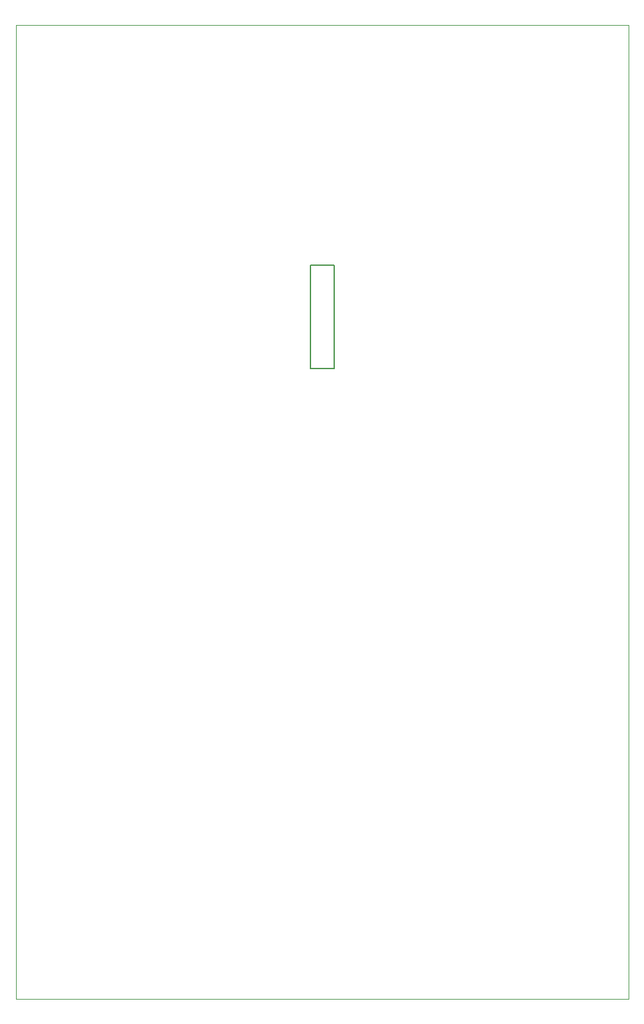
<source format=gm1>
G04 #@! TF.GenerationSoftware,KiCad,Pcbnew,7.0.1-0*
G04 #@! TF.CreationDate,2023-03-29T06:15:29-07:00*
G04 #@! TF.ProjectId,Kit-Sampler-faceplate,4b69742d-5361-46d7-906c-65722d666163,rev?*
G04 #@! TF.SameCoordinates,PXa25a80PY7d1f400*
G04 #@! TF.FileFunction,Profile,NP*
%FSLAX46Y46*%
G04 Gerber Fmt 4.6, Leading zero omitted, Abs format (unit mm)*
G04 Created by KiCad (PCBNEW 7.0.1-0) date 2023-03-29 06:15:29*
%MOMM*%
%LPD*%
G01*
G04 APERTURE LIST*
G04 #@! TA.AperFunction,Profile*
%ADD10C,0.100000*%
G04 #@! TD*
G04 #@! TA.AperFunction,Profile*
%ADD11C,0.150000*%
G04 #@! TD*
G04 APERTURE END LIST*
D10*
X-90000Y128416200D02*
X-90000Y-83800D01*
X80810000Y128416200D02*
X80810000Y-83800D01*
D11*
X38828500Y83101000D02*
X41940000Y83101000D01*
X41940000Y83101000D02*
X41940000Y96690000D01*
X41940000Y96690000D02*
X38828500Y96690000D01*
D10*
X-90000Y128416200D02*
X80810000Y128416200D01*
D11*
X38828500Y96690000D02*
X38828500Y83101000D01*
D10*
X-90000Y-83800D02*
X80810000Y-83800D01*
M02*

</source>
